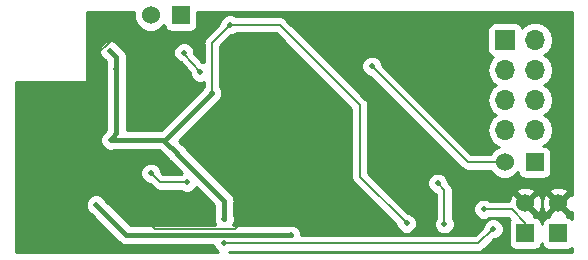
<source format=gbl>
G04 #@! TF.GenerationSoftware,KiCad,Pcbnew,(5.0.0)*
G04 #@! TF.CreationDate,2018-09-10T01:32:23-04:00*
G04 #@! TF.ProjectId,EEG_ADS1299,4545475F414453313239392E6B696361,rev?*
G04 #@! TF.SameCoordinates,Original*
G04 #@! TF.FileFunction,Copper,L2,Bot,Signal*
G04 #@! TF.FilePolarity,Positive*
%FSLAX46Y46*%
G04 Gerber Fmt 4.6, Leading zero omitted, Abs format (unit mm)*
G04 Created by KiCad (PCBNEW (5.0.0)) date 09/10/18 01:32:23*
%MOMM*%
%LPD*%
G01*
G04 APERTURE LIST*
G04 #@! TA.AperFunction,ComponentPad*
%ADD10R,1.524000X1.524000*%
G04 #@! TD*
G04 #@! TA.AperFunction,ComponentPad*
%ADD11C,1.524000*%
G04 #@! TD*
G04 #@! TA.AperFunction,ComponentPad*
%ADD12R,1.700000X1.700000*%
G04 #@! TD*
G04 #@! TA.AperFunction,ComponentPad*
%ADD13O,1.700000X1.700000*%
G04 #@! TD*
G04 #@! TA.AperFunction,ViaPad*
%ADD14C,0.508000*%
G04 #@! TD*
G04 #@! TA.AperFunction,Conductor*
%ADD15C,0.152000*%
G04 #@! TD*
G04 #@! TA.AperFunction,Conductor*
%ADD16C,0.457200*%
G04 #@! TD*
G04 #@! TA.AperFunction,Conductor*
%ADD17C,0.254000*%
G04 #@! TD*
G04 APERTURE END LIST*
D10*
G04 #@! TO.P,P1,1*
G04 #@! TO.N,/BATT_IN*
X309750000Y-144910000D03*
D11*
G04 #@! TO.P,P1,2*
G04 #@! TO.N,AVSS*
X309750000Y-142370000D03*
G04 #@! TD*
D10*
G04 #@! TO.P,P3,1*
G04 #@! TO.N,5V_in_charge*
X312550000Y-144910000D03*
D11*
G04 #@! TO.P,P3,2*
G04 #@! TO.N,AVSS*
X312550000Y-142370000D03*
G04 #@! TD*
G04 #@! TO.P,J2,2*
G04 #@! TO.N,/SRB1*
X307990000Y-138900000D03*
D10*
G04 #@! TO.P,J2,1*
G04 #@! TO.N,/BIAS_ELEC*
X310530000Y-138900000D03*
G04 #@! TD*
G04 #@! TO.P,P2,1*
G04 #@! TO.N,/SWDCLK*
X280570000Y-126450000D03*
D11*
G04 #@! TO.P,P2,2*
G04 #@! TO.N,/SWDIO*
X278030000Y-126450000D03*
G04 #@! TD*
D12*
G04 #@! TO.P,J1,1*
G04 #@! TO.N,Net-(J1-Pad1)*
X308040000Y-128540000D03*
D13*
G04 #@! TO.P,J1,2*
G04 #@! TO.N,Net-(J1-Pad2)*
X310580000Y-128540000D03*
G04 #@! TO.P,J1,3*
G04 #@! TO.N,Net-(J1-Pad3)*
X308040000Y-131080000D03*
G04 #@! TO.P,J1,4*
G04 #@! TO.N,Net-(J1-Pad4)*
X310580000Y-131080000D03*
G04 #@! TO.P,J1,5*
G04 #@! TO.N,Net-(J1-Pad5)*
X308040000Y-133620000D03*
G04 #@! TO.P,J1,6*
G04 #@! TO.N,Net-(J1-Pad6)*
X310580000Y-133620000D03*
G04 #@! TO.P,J1,7*
G04 #@! TO.N,Net-(J1-Pad7)*
X308040000Y-136160000D03*
G04 #@! TO.P,J1,8*
G04 #@! TO.N,Net-(J1-Pad8)*
X310580000Y-136160000D03*
G04 #@! TD*
D14*
G04 #@! TO.N,AVSS*
X278100000Y-140950000D03*
X275700000Y-141850000D03*
X287120000Y-142570000D03*
X282120000Y-136980000D03*
X279110000Y-128530000D03*
X282570000Y-128270000D03*
X287750000Y-138800000D03*
X293100000Y-144650000D03*
X292700000Y-134100000D03*
X285950000Y-141650000D03*
X273150000Y-130150000D03*
X276820000Y-128420000D03*
X296010000Y-144370000D03*
G04 #@! TO.N,DVDD*
X284250000Y-143670000D03*
X280250000Y-138130000D03*
X284730000Y-127260000D03*
X283220000Y-133060000D03*
X275120000Y-130980000D03*
X274640000Y-137010000D03*
X274580000Y-129450000D03*
X299690000Y-144070000D03*
G04 #@! TO.N,AVDD*
X273412500Y-142487500D03*
X289900000Y-145050000D03*
G04 #@! TO.N,VCC*
X284200000Y-145760000D03*
X307020000Y-144510000D03*
G04 #@! TO.N,/SCL*
X280850000Y-129600000D03*
X282230000Y-131270000D03*
G04 #@! TO.N,/AIN_BAT_DIV_VOLTAGE*
X281090000Y-140600000D03*
X278050000Y-139830000D03*
G04 #@! TO.N,/BATT_IN*
X306210000Y-142861390D03*
G04 #@! TO.N,Net-(D4-Pad1)*
X302320000Y-140680000D03*
X302900000Y-144100000D03*
G04 #@! TO.N,/SRB1*
X296750000Y-130770000D03*
G04 #@! TD*
D15*
G04 #@! TO.N,AVSS*
X277200000Y-141850000D02*
X275700000Y-141850000D01*
X278100000Y-140950000D02*
X277200000Y-141850000D01*
X275700000Y-141850000D02*
X278370000Y-144520000D01*
X278370000Y-144520000D02*
X285170000Y-144520000D01*
X285170000Y-144520000D02*
X287120000Y-142570000D01*
X285640000Y-136690000D02*
X287750000Y-138800000D01*
X282410000Y-136690000D02*
X285640000Y-136690000D01*
X282120000Y-136980000D02*
X282410000Y-136690000D01*
X279110000Y-128530000D02*
X282310000Y-128530000D01*
X282310000Y-128530000D02*
X282570000Y-128270000D01*
X287650000Y-141650000D02*
X288875000Y-140425000D01*
X287750000Y-138800000D02*
X287750000Y-139300000D01*
X287750000Y-139300000D02*
X288875000Y-140425000D01*
X288875000Y-140425000D02*
X293100000Y-144650000D01*
X285950000Y-141650000D02*
X287650000Y-141650000D01*
X273150000Y-130150000D02*
X273150000Y-130090000D01*
X274820000Y-128420000D02*
X276820000Y-128420000D01*
X273150000Y-130090000D02*
X274820000Y-128420000D01*
X276810000Y-128430000D02*
X276800000Y-128430000D01*
X276820000Y-128420000D02*
X276810000Y-128430000D01*
X293100000Y-144650000D02*
X295730000Y-144650000D01*
X295730000Y-144650000D02*
X296010000Y-144370000D01*
D16*
G04 #@! TO.N,DVDD*
X280250000Y-138130000D02*
X280250000Y-138150000D01*
X284250000Y-142150000D02*
X284250000Y-143670000D01*
X280250000Y-138150000D02*
X284250000Y-142150000D01*
X279270000Y-137150000D02*
X279270000Y-137010000D01*
X280250000Y-138130000D02*
X279270000Y-137150000D01*
D15*
X283220000Y-128770000D02*
X283220000Y-133060000D01*
X284730000Y-127260000D02*
X283220000Y-128770000D01*
D16*
X274640000Y-137010000D02*
X279270000Y-137010000D01*
X279270000Y-137010000D02*
X283220000Y-133060000D01*
X275120000Y-130980000D02*
X275120000Y-136450000D01*
X275120000Y-136450000D02*
X274640000Y-137010000D01*
X275120000Y-129990000D02*
X275120000Y-130980000D01*
X274580000Y-129450000D02*
X275120000Y-129990000D01*
D15*
X299690000Y-144070000D02*
X295730000Y-140110000D01*
X295730000Y-140110000D02*
X295730000Y-134050000D01*
X288940000Y-127260000D02*
X284730000Y-127260000D01*
X295730000Y-134050000D02*
X288940000Y-127260000D01*
D16*
G04 #@! TO.N,AVDD*
X275975000Y-145050000D02*
X289900000Y-145050000D01*
X275975000Y-145050000D02*
X273412500Y-142487500D01*
D15*
G04 #@! TO.N,VCC*
X305770000Y-145760000D02*
X284200000Y-145760000D01*
X307020000Y-144510000D02*
X305770000Y-145760000D01*
G04 #@! TO.N,/SCL*
X280850000Y-129690000D02*
X280850000Y-129600000D01*
X282230000Y-131270000D02*
X280850000Y-129690000D01*
G04 #@! TO.N,/AIN_BAT_DIV_VOLTAGE*
X278820000Y-140600000D02*
X281090000Y-140600000D01*
X278050000Y-139830000D02*
X278820000Y-140600000D01*
G04 #@! TO.N,/BATT_IN*
X309750000Y-143996000D02*
X309750000Y-144910000D01*
X308615390Y-142861390D02*
X309750000Y-143996000D01*
X306210000Y-142861390D02*
X308615390Y-142861390D01*
G04 #@! TO.N,Net-(D4-Pad1)*
X302320000Y-140680000D02*
X302900000Y-141260000D01*
X302900000Y-141260000D02*
X302900000Y-144100000D01*
G04 #@! TO.N,/SRB1*
X304880000Y-138900000D02*
X307990000Y-138900000D01*
X296750000Y-130770000D02*
X304880000Y-138900000D01*
G04 #@! TD*
D17*
G04 #@! TO.N,AVSS*
G36*
X276633000Y-126727881D02*
X276845680Y-127241337D01*
X277238663Y-127634320D01*
X277752119Y-127847000D01*
X278307881Y-127847000D01*
X278821337Y-127634320D01*
X279174347Y-127281310D01*
X279209843Y-127459765D01*
X279350191Y-127669809D01*
X279560235Y-127810157D01*
X279808000Y-127859440D01*
X281332000Y-127859440D01*
X281579765Y-127810157D01*
X281789809Y-127669809D01*
X281930157Y-127459765D01*
X281979440Y-127212000D01*
X281979440Y-126185000D01*
X313725000Y-126185000D01*
X313725001Y-141625262D01*
X313530213Y-141569392D01*
X312729605Y-142370000D01*
X313530213Y-143170608D01*
X313725001Y-143114738D01*
X313725001Y-143660251D01*
X313559765Y-143549843D01*
X313312000Y-143500560D01*
X313307484Y-143500560D01*
X313350608Y-143350213D01*
X312550000Y-142549605D01*
X311749392Y-143350213D01*
X311792516Y-143500560D01*
X311788000Y-143500560D01*
X311540235Y-143549843D01*
X311330191Y-143690191D01*
X311189843Y-143900235D01*
X311150000Y-144100541D01*
X311110157Y-143900235D01*
X310969809Y-143690191D01*
X310759765Y-143549843D01*
X310512000Y-143500560D01*
X310507484Y-143500560D01*
X310550608Y-143350213D01*
X309750000Y-142549605D01*
X309735858Y-142563748D01*
X309556253Y-142384143D01*
X309570395Y-142370000D01*
X309929605Y-142370000D01*
X310730213Y-143170608D01*
X310972397Y-143101143D01*
X311159144Y-142577698D01*
X311138353Y-142162302D01*
X311140856Y-142162302D01*
X311168638Y-142717368D01*
X311327603Y-143101143D01*
X311569787Y-143170608D01*
X312370395Y-142370000D01*
X311569787Y-141569392D01*
X311327603Y-141638857D01*
X311140856Y-142162302D01*
X311138353Y-142162302D01*
X311131362Y-142022632D01*
X310972397Y-141638857D01*
X310730213Y-141569392D01*
X309929605Y-142370000D01*
X309570395Y-142370000D01*
X308769787Y-141569392D01*
X308527603Y-141638857D01*
X308345106Y-142150390D01*
X306756236Y-142150390D01*
X306713578Y-142107732D01*
X306386833Y-141972390D01*
X306033167Y-141972390D01*
X305706422Y-142107732D01*
X305456342Y-142357812D01*
X305321000Y-142684557D01*
X305321000Y-143038223D01*
X305456342Y-143364968D01*
X305706422Y-143615048D01*
X306033167Y-143750390D01*
X306386833Y-143750390D01*
X306713578Y-143615048D01*
X306756236Y-143572390D01*
X308320885Y-143572390D01*
X308493539Y-143745044D01*
X308389843Y-143900235D01*
X308340560Y-144148000D01*
X308340560Y-145672000D01*
X308389843Y-145919765D01*
X308530191Y-146129809D01*
X308740235Y-146270157D01*
X308988000Y-146319440D01*
X310512000Y-146319440D01*
X310759765Y-146270157D01*
X310969809Y-146129809D01*
X311110157Y-145919765D01*
X311150000Y-145719459D01*
X311189843Y-145919765D01*
X311330191Y-146129809D01*
X311540235Y-146270157D01*
X311788000Y-146319440D01*
X313312000Y-146319440D01*
X313559765Y-146270157D01*
X313725001Y-146159749D01*
X313725001Y-146515000D01*
X284700338Y-146515000D01*
X284703578Y-146513658D01*
X284746236Y-146471000D01*
X305699979Y-146471000D01*
X305770000Y-146484928D01*
X305840021Y-146471000D01*
X305840026Y-146471000D01*
X306047418Y-146429747D01*
X306282602Y-146272602D01*
X306322269Y-146213236D01*
X307136506Y-145399000D01*
X307196833Y-145399000D01*
X307523578Y-145263658D01*
X307773658Y-145013578D01*
X307909000Y-144686833D01*
X307909000Y-144333167D01*
X307773658Y-144006422D01*
X307523578Y-143756342D01*
X307196833Y-143621000D01*
X306843167Y-143621000D01*
X306516422Y-143756342D01*
X306266342Y-144006422D01*
X306131000Y-144333167D01*
X306131000Y-144393494D01*
X305475495Y-145049000D01*
X290789000Y-145049000D01*
X290789000Y-144873167D01*
X290653658Y-144546422D01*
X290403578Y-144296342D01*
X290076833Y-144161000D01*
X289723167Y-144161000D01*
X289661846Y-144186400D01*
X284990836Y-144186400D01*
X285003658Y-144173578D01*
X285139000Y-143846833D01*
X285139000Y-143493167D01*
X285113600Y-143431846D01*
X285113600Y-142235047D01*
X285130517Y-142149999D01*
X285113600Y-142064951D01*
X285113600Y-142064947D01*
X285063493Y-141813040D01*
X284872620Y-141527380D01*
X284800517Y-141479203D01*
X281043201Y-137721888D01*
X281003658Y-137626422D01*
X280753578Y-137376342D01*
X280692256Y-137350942D01*
X280421314Y-137080000D01*
X283662257Y-133839058D01*
X283723578Y-133813658D01*
X283973658Y-133563578D01*
X284109000Y-133236833D01*
X284109000Y-132883167D01*
X283973658Y-132556422D01*
X283931000Y-132513764D01*
X283931000Y-129064505D01*
X284846506Y-128149000D01*
X284906833Y-128149000D01*
X285233578Y-128013658D01*
X285276236Y-127971000D01*
X288645495Y-127971000D01*
X295019001Y-134344507D01*
X295019000Y-140039979D01*
X295005072Y-140110000D01*
X295019000Y-140180021D01*
X295019000Y-140180025D01*
X295060253Y-140387417D01*
X295217398Y-140622601D01*
X295276762Y-140662267D01*
X298801000Y-144186505D01*
X298801000Y-144246833D01*
X298936342Y-144573578D01*
X299186422Y-144823658D01*
X299513167Y-144959000D01*
X299866833Y-144959000D01*
X300193578Y-144823658D01*
X300443658Y-144573578D01*
X300579000Y-144246833D01*
X300579000Y-143893167D01*
X300443658Y-143566422D01*
X300193578Y-143316342D01*
X299866833Y-143181000D01*
X299806505Y-143181000D01*
X297128672Y-140503167D01*
X301431000Y-140503167D01*
X301431000Y-140856833D01*
X301566342Y-141183578D01*
X301816422Y-141433658D01*
X302143167Y-141569000D01*
X302189000Y-141569000D01*
X302189001Y-143553763D01*
X302146342Y-143596422D01*
X302011000Y-143923167D01*
X302011000Y-144276833D01*
X302146342Y-144603578D01*
X302396422Y-144853658D01*
X302723167Y-144989000D01*
X303076833Y-144989000D01*
X303403578Y-144853658D01*
X303653658Y-144603578D01*
X303789000Y-144276833D01*
X303789000Y-143923167D01*
X303653658Y-143596422D01*
X303611000Y-143553764D01*
X303611000Y-141389787D01*
X308949392Y-141389787D01*
X309750000Y-142190395D01*
X310550608Y-141389787D01*
X311749392Y-141389787D01*
X312550000Y-142190395D01*
X313350608Y-141389787D01*
X313281143Y-141147603D01*
X312757698Y-140960856D01*
X312202632Y-140988638D01*
X311818857Y-141147603D01*
X311749392Y-141389787D01*
X310550608Y-141389787D01*
X310481143Y-141147603D01*
X309957698Y-140960856D01*
X309402632Y-140988638D01*
X309018857Y-141147603D01*
X308949392Y-141389787D01*
X303611000Y-141389787D01*
X303611000Y-141330021D01*
X303624928Y-141260000D01*
X303611000Y-141189979D01*
X303611000Y-141189974D01*
X303569747Y-140982582D01*
X303412601Y-140747398D01*
X303353238Y-140707733D01*
X303209000Y-140563495D01*
X303209000Y-140503167D01*
X303073658Y-140176422D01*
X302823578Y-139926342D01*
X302496833Y-139791000D01*
X302143167Y-139791000D01*
X301816422Y-139926342D01*
X301566342Y-140176422D01*
X301431000Y-140503167D01*
X297128672Y-140503167D01*
X296441000Y-139815495D01*
X296441000Y-134120020D01*
X296454928Y-134049999D01*
X296441000Y-133979978D01*
X296441000Y-133979974D01*
X296399747Y-133772582D01*
X296242602Y-133537398D01*
X296183239Y-133497733D01*
X293278673Y-130593167D01*
X295861000Y-130593167D01*
X295861000Y-130946833D01*
X295996342Y-131273578D01*
X296246422Y-131523658D01*
X296573167Y-131659000D01*
X296633495Y-131659000D01*
X304327733Y-139353239D01*
X304367398Y-139412602D01*
X304602582Y-139569747D01*
X304809974Y-139611000D01*
X304809978Y-139611000D01*
X304879999Y-139624928D01*
X304950020Y-139611000D01*
X306772403Y-139611000D01*
X306805680Y-139691337D01*
X307198663Y-140084320D01*
X307712119Y-140297000D01*
X308267881Y-140297000D01*
X308781337Y-140084320D01*
X309134347Y-139731310D01*
X309169843Y-139909765D01*
X309310191Y-140119809D01*
X309520235Y-140260157D01*
X309768000Y-140309440D01*
X311292000Y-140309440D01*
X311539765Y-140260157D01*
X311749809Y-140119809D01*
X311890157Y-139909765D01*
X311939440Y-139662000D01*
X311939440Y-138138000D01*
X311890157Y-137890235D01*
X311749809Y-137680191D01*
X311539765Y-137539843D01*
X311292000Y-137490560D01*
X311261605Y-137490560D01*
X311650625Y-137230625D01*
X311978839Y-136739418D01*
X312094092Y-136160000D01*
X311978839Y-135580582D01*
X311650625Y-135089375D01*
X311352239Y-134890000D01*
X311650625Y-134690625D01*
X311978839Y-134199418D01*
X312094092Y-133620000D01*
X311978839Y-133040582D01*
X311650625Y-132549375D01*
X311352239Y-132350000D01*
X311650625Y-132150625D01*
X311978839Y-131659418D01*
X312094092Y-131080000D01*
X311978839Y-130500582D01*
X311650625Y-130009375D01*
X311352239Y-129810000D01*
X311650625Y-129610625D01*
X311978839Y-129119418D01*
X312094092Y-128540000D01*
X311978839Y-127960582D01*
X311650625Y-127469375D01*
X311159418Y-127141161D01*
X310726256Y-127055000D01*
X310433744Y-127055000D01*
X310000582Y-127141161D01*
X309509375Y-127469375D01*
X309497184Y-127487619D01*
X309488157Y-127442235D01*
X309347809Y-127232191D01*
X309137765Y-127091843D01*
X308890000Y-127042560D01*
X307190000Y-127042560D01*
X306942235Y-127091843D01*
X306732191Y-127232191D01*
X306591843Y-127442235D01*
X306542560Y-127690000D01*
X306542560Y-129390000D01*
X306591843Y-129637765D01*
X306732191Y-129847809D01*
X306942235Y-129988157D01*
X306987619Y-129997184D01*
X306969375Y-130009375D01*
X306641161Y-130500582D01*
X306525908Y-131080000D01*
X306641161Y-131659418D01*
X306969375Y-132150625D01*
X307267761Y-132350000D01*
X306969375Y-132549375D01*
X306641161Y-133040582D01*
X306525908Y-133620000D01*
X306641161Y-134199418D01*
X306969375Y-134690625D01*
X307267761Y-134890000D01*
X306969375Y-135089375D01*
X306641161Y-135580582D01*
X306525908Y-136160000D01*
X306641161Y-136739418D01*
X306969375Y-137230625D01*
X307460582Y-137558839D01*
X307539442Y-137574525D01*
X307198663Y-137715680D01*
X306805680Y-138108663D01*
X306772403Y-138189000D01*
X305174506Y-138189000D01*
X297639000Y-130653495D01*
X297639000Y-130593167D01*
X297503658Y-130266422D01*
X297253578Y-130016342D01*
X296926833Y-129881000D01*
X296573167Y-129881000D01*
X296246422Y-130016342D01*
X295996342Y-130266422D01*
X295861000Y-130593167D01*
X293278673Y-130593167D01*
X289492269Y-126806764D01*
X289452602Y-126747398D01*
X289217418Y-126590253D01*
X289010026Y-126549000D01*
X289010021Y-126549000D01*
X288940000Y-126535072D01*
X288869979Y-126549000D01*
X285276236Y-126549000D01*
X285233578Y-126506342D01*
X284906833Y-126371000D01*
X284553167Y-126371000D01*
X284226422Y-126506342D01*
X283976342Y-126756422D01*
X283841000Y-127083167D01*
X283841000Y-127143494D01*
X282766762Y-128217733D01*
X282707398Y-128257399D01*
X282550253Y-128492583D01*
X282509000Y-128699975D01*
X282509000Y-128699979D01*
X282495072Y-128770000D01*
X282509000Y-128840021D01*
X282509000Y-130423319D01*
X282406833Y-130381000D01*
X282397545Y-130381000D01*
X281739000Y-129627015D01*
X281739000Y-129423167D01*
X281603658Y-129096422D01*
X281353578Y-128846342D01*
X281026833Y-128711000D01*
X280673167Y-128711000D01*
X280346422Y-128846342D01*
X280096342Y-129096422D01*
X279961000Y-129423167D01*
X279961000Y-129776833D01*
X280096342Y-130103578D01*
X280346422Y-130353658D01*
X280564554Y-130444011D01*
X281341000Y-131332986D01*
X281341000Y-131446833D01*
X281476342Y-131773578D01*
X281726422Y-132023658D01*
X282053167Y-132159000D01*
X282406833Y-132159000D01*
X282509001Y-132116681D01*
X282509001Y-132513763D01*
X282466342Y-132556422D01*
X282440942Y-132617743D01*
X278912287Y-136146400D01*
X275983600Y-136146400D01*
X275983600Y-131218154D01*
X276009000Y-131156833D01*
X276009000Y-130803167D01*
X275983600Y-130741846D01*
X275983600Y-130075047D01*
X276000517Y-129989999D01*
X275983600Y-129904951D01*
X275983600Y-129904947D01*
X275933493Y-129653040D01*
X275742620Y-129367380D01*
X275670514Y-129319200D01*
X275359059Y-129007746D01*
X275333658Y-128946422D01*
X275083578Y-128696342D01*
X274756833Y-128561000D01*
X274403167Y-128561000D01*
X274076422Y-128696342D01*
X273826342Y-128946422D01*
X273691000Y-129273167D01*
X273691000Y-129626833D01*
X273826342Y-129953578D01*
X274076422Y-130203658D01*
X274137746Y-130229059D01*
X274256400Y-130347714D01*
X274256401Y-130741844D01*
X274231000Y-130803167D01*
X274231000Y-131156833D01*
X274256400Y-131218154D01*
X274256401Y-136130534D01*
X274155250Y-136248543D01*
X274136422Y-136256342D01*
X273886342Y-136506422D01*
X273751000Y-136833167D01*
X273751000Y-137186833D01*
X273886342Y-137513578D01*
X274136422Y-137763658D01*
X274463167Y-137899000D01*
X274816833Y-137899000D01*
X274878154Y-137873600D01*
X278772287Y-137873600D01*
X279470942Y-138572256D01*
X279496342Y-138633578D01*
X279611262Y-138748498D01*
X279627380Y-138772620D01*
X279651502Y-138788738D01*
X279746422Y-138883658D01*
X279773604Y-138894917D01*
X280684432Y-139805745D01*
X280586422Y-139846342D01*
X280543764Y-139889000D01*
X279114506Y-139889000D01*
X278939000Y-139713494D01*
X278939000Y-139653167D01*
X278803658Y-139326422D01*
X278553578Y-139076342D01*
X278226833Y-138941000D01*
X277873167Y-138941000D01*
X277546422Y-139076342D01*
X277296342Y-139326422D01*
X277161000Y-139653167D01*
X277161000Y-140006833D01*
X277296342Y-140333578D01*
X277546422Y-140583658D01*
X277873167Y-140719000D01*
X277933494Y-140719000D01*
X278267732Y-141053238D01*
X278307398Y-141112602D01*
X278542582Y-141269747D01*
X278749974Y-141311000D01*
X278749978Y-141311000D01*
X278819999Y-141324928D01*
X278890020Y-141311000D01*
X280543764Y-141311000D01*
X280586422Y-141353658D01*
X280913167Y-141489000D01*
X281266833Y-141489000D01*
X281593578Y-141353658D01*
X281843658Y-141103578D01*
X281884255Y-141005569D01*
X283386400Y-142507715D01*
X283386401Y-143431844D01*
X283361000Y-143493167D01*
X283361000Y-143846833D01*
X283496342Y-144173578D01*
X283509164Y-144186400D01*
X276332715Y-144186400D01*
X274191559Y-142045246D01*
X274166158Y-141983922D01*
X273916078Y-141733842D01*
X273589333Y-141598500D01*
X273235667Y-141598500D01*
X272908922Y-141733842D01*
X272658842Y-141983922D01*
X272523500Y-142310667D01*
X272523500Y-142664333D01*
X272658842Y-142991078D01*
X272908922Y-143241158D01*
X272970246Y-143266559D01*
X275304202Y-145600517D01*
X275352380Y-145672620D01*
X275638040Y-145863493D01*
X275889947Y-145913600D01*
X275889951Y-145913600D01*
X275974999Y-145930517D01*
X276060047Y-145913600D01*
X283311000Y-145913600D01*
X283311000Y-145936833D01*
X283446342Y-146263578D01*
X283696422Y-146513658D01*
X283699662Y-146515000D01*
X266585000Y-146515000D01*
X266585000Y-132127000D01*
X272550000Y-132127000D01*
X272598601Y-132117333D01*
X272639803Y-132089803D01*
X272667333Y-132048601D01*
X272677000Y-132000000D01*
X272677000Y-126185000D01*
X276633000Y-126185000D01*
X276633000Y-126727881D01*
X276633000Y-126727881D01*
G37*
X276633000Y-126727881D02*
X276845680Y-127241337D01*
X277238663Y-127634320D01*
X277752119Y-127847000D01*
X278307881Y-127847000D01*
X278821337Y-127634320D01*
X279174347Y-127281310D01*
X279209843Y-127459765D01*
X279350191Y-127669809D01*
X279560235Y-127810157D01*
X279808000Y-127859440D01*
X281332000Y-127859440D01*
X281579765Y-127810157D01*
X281789809Y-127669809D01*
X281930157Y-127459765D01*
X281979440Y-127212000D01*
X281979440Y-126185000D01*
X313725000Y-126185000D01*
X313725001Y-141625262D01*
X313530213Y-141569392D01*
X312729605Y-142370000D01*
X313530213Y-143170608D01*
X313725001Y-143114738D01*
X313725001Y-143660251D01*
X313559765Y-143549843D01*
X313312000Y-143500560D01*
X313307484Y-143500560D01*
X313350608Y-143350213D01*
X312550000Y-142549605D01*
X311749392Y-143350213D01*
X311792516Y-143500560D01*
X311788000Y-143500560D01*
X311540235Y-143549843D01*
X311330191Y-143690191D01*
X311189843Y-143900235D01*
X311150000Y-144100541D01*
X311110157Y-143900235D01*
X310969809Y-143690191D01*
X310759765Y-143549843D01*
X310512000Y-143500560D01*
X310507484Y-143500560D01*
X310550608Y-143350213D01*
X309750000Y-142549605D01*
X309735858Y-142563748D01*
X309556253Y-142384143D01*
X309570395Y-142370000D01*
X309929605Y-142370000D01*
X310730213Y-143170608D01*
X310972397Y-143101143D01*
X311159144Y-142577698D01*
X311138353Y-142162302D01*
X311140856Y-142162302D01*
X311168638Y-142717368D01*
X311327603Y-143101143D01*
X311569787Y-143170608D01*
X312370395Y-142370000D01*
X311569787Y-141569392D01*
X311327603Y-141638857D01*
X311140856Y-142162302D01*
X311138353Y-142162302D01*
X311131362Y-142022632D01*
X310972397Y-141638857D01*
X310730213Y-141569392D01*
X309929605Y-142370000D01*
X309570395Y-142370000D01*
X308769787Y-141569392D01*
X308527603Y-141638857D01*
X308345106Y-142150390D01*
X306756236Y-142150390D01*
X306713578Y-142107732D01*
X306386833Y-141972390D01*
X306033167Y-141972390D01*
X305706422Y-142107732D01*
X305456342Y-142357812D01*
X305321000Y-142684557D01*
X305321000Y-143038223D01*
X305456342Y-143364968D01*
X305706422Y-143615048D01*
X306033167Y-143750390D01*
X306386833Y-143750390D01*
X306713578Y-143615048D01*
X306756236Y-143572390D01*
X308320885Y-143572390D01*
X308493539Y-143745044D01*
X308389843Y-143900235D01*
X308340560Y-144148000D01*
X308340560Y-145672000D01*
X308389843Y-145919765D01*
X308530191Y-146129809D01*
X308740235Y-146270157D01*
X308988000Y-146319440D01*
X310512000Y-146319440D01*
X310759765Y-146270157D01*
X310969809Y-146129809D01*
X311110157Y-145919765D01*
X311150000Y-145719459D01*
X311189843Y-145919765D01*
X311330191Y-146129809D01*
X311540235Y-146270157D01*
X311788000Y-146319440D01*
X313312000Y-146319440D01*
X313559765Y-146270157D01*
X313725001Y-146159749D01*
X313725001Y-146515000D01*
X284700338Y-146515000D01*
X284703578Y-146513658D01*
X284746236Y-146471000D01*
X305699979Y-146471000D01*
X305770000Y-146484928D01*
X305840021Y-146471000D01*
X305840026Y-146471000D01*
X306047418Y-146429747D01*
X306282602Y-146272602D01*
X306322269Y-146213236D01*
X307136506Y-145399000D01*
X307196833Y-145399000D01*
X307523578Y-145263658D01*
X307773658Y-145013578D01*
X307909000Y-144686833D01*
X307909000Y-144333167D01*
X307773658Y-144006422D01*
X307523578Y-143756342D01*
X307196833Y-143621000D01*
X306843167Y-143621000D01*
X306516422Y-143756342D01*
X306266342Y-144006422D01*
X306131000Y-144333167D01*
X306131000Y-144393494D01*
X305475495Y-145049000D01*
X290789000Y-145049000D01*
X290789000Y-144873167D01*
X290653658Y-144546422D01*
X290403578Y-144296342D01*
X290076833Y-144161000D01*
X289723167Y-144161000D01*
X289661846Y-144186400D01*
X284990836Y-144186400D01*
X285003658Y-144173578D01*
X285139000Y-143846833D01*
X285139000Y-143493167D01*
X285113600Y-143431846D01*
X285113600Y-142235047D01*
X285130517Y-142149999D01*
X285113600Y-142064951D01*
X285113600Y-142064947D01*
X285063493Y-141813040D01*
X284872620Y-141527380D01*
X284800517Y-141479203D01*
X281043201Y-137721888D01*
X281003658Y-137626422D01*
X280753578Y-137376342D01*
X280692256Y-137350942D01*
X280421314Y-137080000D01*
X283662257Y-133839058D01*
X283723578Y-133813658D01*
X283973658Y-133563578D01*
X284109000Y-133236833D01*
X284109000Y-132883167D01*
X283973658Y-132556422D01*
X283931000Y-132513764D01*
X283931000Y-129064505D01*
X284846506Y-128149000D01*
X284906833Y-128149000D01*
X285233578Y-128013658D01*
X285276236Y-127971000D01*
X288645495Y-127971000D01*
X295019001Y-134344507D01*
X295019000Y-140039979D01*
X295005072Y-140110000D01*
X295019000Y-140180021D01*
X295019000Y-140180025D01*
X295060253Y-140387417D01*
X295217398Y-140622601D01*
X295276762Y-140662267D01*
X298801000Y-144186505D01*
X298801000Y-144246833D01*
X298936342Y-144573578D01*
X299186422Y-144823658D01*
X299513167Y-144959000D01*
X299866833Y-144959000D01*
X300193578Y-144823658D01*
X300443658Y-144573578D01*
X300579000Y-144246833D01*
X300579000Y-143893167D01*
X300443658Y-143566422D01*
X300193578Y-143316342D01*
X299866833Y-143181000D01*
X299806505Y-143181000D01*
X297128672Y-140503167D01*
X301431000Y-140503167D01*
X301431000Y-140856833D01*
X301566342Y-141183578D01*
X301816422Y-141433658D01*
X302143167Y-141569000D01*
X302189000Y-141569000D01*
X302189001Y-143553763D01*
X302146342Y-143596422D01*
X302011000Y-143923167D01*
X302011000Y-144276833D01*
X302146342Y-144603578D01*
X302396422Y-144853658D01*
X302723167Y-144989000D01*
X303076833Y-144989000D01*
X303403578Y-144853658D01*
X303653658Y-144603578D01*
X303789000Y-144276833D01*
X303789000Y-143923167D01*
X303653658Y-143596422D01*
X303611000Y-143553764D01*
X303611000Y-141389787D01*
X308949392Y-141389787D01*
X309750000Y-142190395D01*
X310550608Y-141389787D01*
X311749392Y-141389787D01*
X312550000Y-142190395D01*
X313350608Y-141389787D01*
X313281143Y-141147603D01*
X312757698Y-140960856D01*
X312202632Y-140988638D01*
X311818857Y-141147603D01*
X311749392Y-141389787D01*
X310550608Y-141389787D01*
X310481143Y-141147603D01*
X309957698Y-140960856D01*
X309402632Y-140988638D01*
X309018857Y-141147603D01*
X308949392Y-141389787D01*
X303611000Y-141389787D01*
X303611000Y-141330021D01*
X303624928Y-141260000D01*
X303611000Y-141189979D01*
X303611000Y-141189974D01*
X303569747Y-140982582D01*
X303412601Y-140747398D01*
X303353238Y-140707733D01*
X303209000Y-140563495D01*
X303209000Y-140503167D01*
X303073658Y-140176422D01*
X302823578Y-139926342D01*
X302496833Y-139791000D01*
X302143167Y-139791000D01*
X301816422Y-139926342D01*
X301566342Y-140176422D01*
X301431000Y-140503167D01*
X297128672Y-140503167D01*
X296441000Y-139815495D01*
X296441000Y-134120020D01*
X296454928Y-134049999D01*
X296441000Y-133979978D01*
X296441000Y-133979974D01*
X296399747Y-133772582D01*
X296242602Y-133537398D01*
X296183239Y-133497733D01*
X293278673Y-130593167D01*
X295861000Y-130593167D01*
X295861000Y-130946833D01*
X295996342Y-131273578D01*
X296246422Y-131523658D01*
X296573167Y-131659000D01*
X296633495Y-131659000D01*
X304327733Y-139353239D01*
X304367398Y-139412602D01*
X304602582Y-139569747D01*
X304809974Y-139611000D01*
X304809978Y-139611000D01*
X304879999Y-139624928D01*
X304950020Y-139611000D01*
X306772403Y-139611000D01*
X306805680Y-139691337D01*
X307198663Y-140084320D01*
X307712119Y-140297000D01*
X308267881Y-140297000D01*
X308781337Y-140084320D01*
X309134347Y-139731310D01*
X309169843Y-139909765D01*
X309310191Y-140119809D01*
X309520235Y-140260157D01*
X309768000Y-140309440D01*
X311292000Y-140309440D01*
X311539765Y-140260157D01*
X311749809Y-140119809D01*
X311890157Y-139909765D01*
X311939440Y-139662000D01*
X311939440Y-138138000D01*
X311890157Y-137890235D01*
X311749809Y-137680191D01*
X311539765Y-137539843D01*
X311292000Y-137490560D01*
X311261605Y-137490560D01*
X311650625Y-137230625D01*
X311978839Y-136739418D01*
X312094092Y-136160000D01*
X311978839Y-135580582D01*
X311650625Y-135089375D01*
X311352239Y-134890000D01*
X311650625Y-134690625D01*
X311978839Y-134199418D01*
X312094092Y-133620000D01*
X311978839Y-133040582D01*
X311650625Y-132549375D01*
X311352239Y-132350000D01*
X311650625Y-132150625D01*
X311978839Y-131659418D01*
X312094092Y-131080000D01*
X311978839Y-130500582D01*
X311650625Y-130009375D01*
X311352239Y-129810000D01*
X311650625Y-129610625D01*
X311978839Y-129119418D01*
X312094092Y-128540000D01*
X311978839Y-127960582D01*
X311650625Y-127469375D01*
X311159418Y-127141161D01*
X310726256Y-127055000D01*
X310433744Y-127055000D01*
X310000582Y-127141161D01*
X309509375Y-127469375D01*
X309497184Y-127487619D01*
X309488157Y-127442235D01*
X309347809Y-127232191D01*
X309137765Y-127091843D01*
X308890000Y-127042560D01*
X307190000Y-127042560D01*
X306942235Y-127091843D01*
X306732191Y-127232191D01*
X306591843Y-127442235D01*
X306542560Y-127690000D01*
X306542560Y-129390000D01*
X306591843Y-129637765D01*
X306732191Y-129847809D01*
X306942235Y-129988157D01*
X306987619Y-129997184D01*
X306969375Y-130009375D01*
X306641161Y-130500582D01*
X306525908Y-131080000D01*
X306641161Y-131659418D01*
X306969375Y-132150625D01*
X307267761Y-132350000D01*
X306969375Y-132549375D01*
X306641161Y-133040582D01*
X306525908Y-133620000D01*
X306641161Y-134199418D01*
X306969375Y-134690625D01*
X307267761Y-134890000D01*
X306969375Y-135089375D01*
X306641161Y-135580582D01*
X306525908Y-136160000D01*
X306641161Y-136739418D01*
X306969375Y-137230625D01*
X307460582Y-137558839D01*
X307539442Y-137574525D01*
X307198663Y-137715680D01*
X306805680Y-138108663D01*
X306772403Y-138189000D01*
X305174506Y-138189000D01*
X297639000Y-130653495D01*
X297639000Y-130593167D01*
X297503658Y-130266422D01*
X297253578Y-130016342D01*
X296926833Y-129881000D01*
X296573167Y-129881000D01*
X296246422Y-130016342D01*
X295996342Y-130266422D01*
X295861000Y-130593167D01*
X293278673Y-130593167D01*
X289492269Y-126806764D01*
X289452602Y-126747398D01*
X289217418Y-126590253D01*
X289010026Y-126549000D01*
X289010021Y-126549000D01*
X288940000Y-126535072D01*
X288869979Y-126549000D01*
X285276236Y-126549000D01*
X285233578Y-126506342D01*
X284906833Y-126371000D01*
X284553167Y-126371000D01*
X284226422Y-126506342D01*
X283976342Y-126756422D01*
X283841000Y-127083167D01*
X283841000Y-127143494D01*
X282766762Y-128217733D01*
X282707398Y-128257399D01*
X282550253Y-128492583D01*
X282509000Y-128699975D01*
X282509000Y-128699979D01*
X282495072Y-128770000D01*
X282509000Y-128840021D01*
X282509000Y-130423319D01*
X282406833Y-130381000D01*
X282397545Y-130381000D01*
X281739000Y-129627015D01*
X281739000Y-129423167D01*
X281603658Y-129096422D01*
X281353578Y-128846342D01*
X281026833Y-128711000D01*
X280673167Y-128711000D01*
X280346422Y-128846342D01*
X280096342Y-129096422D01*
X279961000Y-129423167D01*
X279961000Y-129776833D01*
X280096342Y-130103578D01*
X280346422Y-130353658D01*
X280564554Y-130444011D01*
X281341000Y-131332986D01*
X281341000Y-131446833D01*
X281476342Y-131773578D01*
X281726422Y-132023658D01*
X282053167Y-132159000D01*
X282406833Y-132159000D01*
X282509001Y-132116681D01*
X282509001Y-132513763D01*
X282466342Y-132556422D01*
X282440942Y-132617743D01*
X278912287Y-136146400D01*
X275983600Y-136146400D01*
X275983600Y-131218154D01*
X276009000Y-131156833D01*
X276009000Y-130803167D01*
X275983600Y-130741846D01*
X275983600Y-130075047D01*
X276000517Y-129989999D01*
X275983600Y-129904951D01*
X275983600Y-129904947D01*
X275933493Y-129653040D01*
X275742620Y-129367380D01*
X275670514Y-129319200D01*
X275359059Y-129007746D01*
X275333658Y-128946422D01*
X275083578Y-128696342D01*
X274756833Y-128561000D01*
X274403167Y-128561000D01*
X274076422Y-128696342D01*
X273826342Y-128946422D01*
X273691000Y-129273167D01*
X273691000Y-129626833D01*
X273826342Y-129953578D01*
X274076422Y-130203658D01*
X274137746Y-130229059D01*
X274256400Y-130347714D01*
X274256401Y-130741844D01*
X274231000Y-130803167D01*
X274231000Y-131156833D01*
X274256400Y-131218154D01*
X274256401Y-136130534D01*
X274155250Y-136248543D01*
X274136422Y-136256342D01*
X273886342Y-136506422D01*
X273751000Y-136833167D01*
X273751000Y-137186833D01*
X273886342Y-137513578D01*
X274136422Y-137763658D01*
X274463167Y-137899000D01*
X274816833Y-137899000D01*
X274878154Y-137873600D01*
X278772287Y-137873600D01*
X279470942Y-138572256D01*
X279496342Y-138633578D01*
X279611262Y-138748498D01*
X279627380Y-138772620D01*
X279651502Y-138788738D01*
X279746422Y-138883658D01*
X279773604Y-138894917D01*
X280684432Y-139805745D01*
X280586422Y-139846342D01*
X280543764Y-139889000D01*
X279114506Y-139889000D01*
X278939000Y-139713494D01*
X278939000Y-139653167D01*
X278803658Y-139326422D01*
X278553578Y-139076342D01*
X278226833Y-138941000D01*
X277873167Y-138941000D01*
X277546422Y-139076342D01*
X277296342Y-139326422D01*
X277161000Y-139653167D01*
X277161000Y-140006833D01*
X277296342Y-140333578D01*
X277546422Y-140583658D01*
X277873167Y-140719000D01*
X277933494Y-140719000D01*
X278267732Y-141053238D01*
X278307398Y-141112602D01*
X278542582Y-141269747D01*
X278749974Y-141311000D01*
X278749978Y-141311000D01*
X278819999Y-141324928D01*
X278890020Y-141311000D01*
X280543764Y-141311000D01*
X280586422Y-141353658D01*
X280913167Y-141489000D01*
X281266833Y-141489000D01*
X281593578Y-141353658D01*
X281843658Y-141103578D01*
X281884255Y-141005569D01*
X283386400Y-142507715D01*
X283386401Y-143431844D01*
X283361000Y-143493167D01*
X283361000Y-143846833D01*
X283496342Y-144173578D01*
X283509164Y-144186400D01*
X276332715Y-144186400D01*
X274191559Y-142045246D01*
X274166158Y-141983922D01*
X273916078Y-141733842D01*
X273589333Y-141598500D01*
X273235667Y-141598500D01*
X272908922Y-141733842D01*
X272658842Y-141983922D01*
X272523500Y-142310667D01*
X272523500Y-142664333D01*
X272658842Y-142991078D01*
X272908922Y-143241158D01*
X272970246Y-143266559D01*
X275304202Y-145600517D01*
X275352380Y-145672620D01*
X275638040Y-145863493D01*
X275889947Y-145913600D01*
X275889951Y-145913600D01*
X275974999Y-145930517D01*
X276060047Y-145913600D01*
X283311000Y-145913600D01*
X283311000Y-145936833D01*
X283446342Y-146263578D01*
X283696422Y-146513658D01*
X283699662Y-146515000D01*
X266585000Y-146515000D01*
X266585000Y-132127000D01*
X272550000Y-132127000D01*
X272598601Y-132117333D01*
X272639803Y-132089803D01*
X272667333Y-132048601D01*
X272677000Y-132000000D01*
X272677000Y-126185000D01*
X276633000Y-126185000D01*
X276633000Y-126727881D01*
G04 #@! TD*
M02*

</source>
